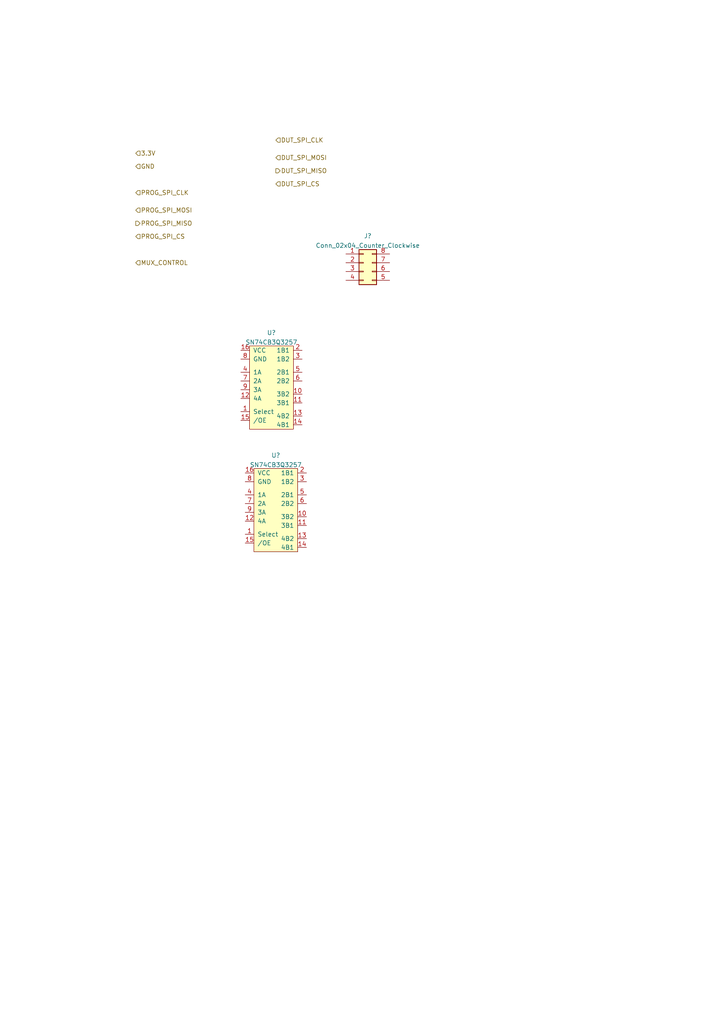
<source format=kicad_sch>
(kicad_sch (version 20210621) (generator eeschema)
  (paper "A4" portrait)
  (title_block (title "Camera Debug Facility") (date "2021-10-31") (rev "2.1.0-pre1"))
  (lib_symbols
    (symbol "Connector_Generic:Conn_02x04_Counter_Clockwise" (pin_names (offset 1.016) hide)
      (property "Reference" "J" (at 1.27 5.08 0))
      (property "Value" "Conn_02x04_Counter_Clockwise" (at 1.27 -7.62 0))
      (symbol "Conn_02x04_Counter_Clockwise_1_1"
        (rectangle (start -1.27 -4.953) (end 0 -5.207) (stroke (width 0.1524)))
        (rectangle (start -1.27 -2.413) (end 0 -2.667) (stroke (width 0.1524)))
        (rectangle (start -1.27 0.127) (end 0 -0.127) (stroke (width 0.1524)))
        (rectangle (start -1.27 2.667) (end 0 2.413) (stroke (width 0.1524)))
        (rectangle (start -1.27 3.81) (end 3.81 -6.35) (stroke (width 0.254)) (fill (type background)))
        (rectangle (start 3.81 -4.953) (end 2.54 -5.207) (stroke (width 0.1524)))
        (rectangle (start 3.81 -2.413) (end 2.54 -2.667) (stroke (width 0.1524)))
        (rectangle (start 3.81 0.127) (end 2.54 -0.127) (stroke (width 0.1524)))
        (rectangle (start 3.81 2.667) (end 2.54 2.413) (stroke (width 0.1524)))
        (pin passive line (at -5.08 2.54 0) (length 3.81) (name "Pin_1") (number "1"))
        (pin passive line (at -5.08 0 0) (length 3.81) (name "Pin_2") (number "2"))
        (pin passive line (at -5.08 -2.54 0) (length 3.81) (name "Pin_3") (number "3"))
        (pin passive line (at -5.08 -5.08 0) (length 3.81) (name "Pin_4") (number "4"))
        (pin passive line (at 7.62 -5.08 180) (length 3.81) (name "Pin_5") (number "5"))
        (pin passive line (at 7.62 -2.54 180) (length 3.81) (name "Pin_6") (number "6"))
        (pin passive line (at 7.62 0 180) (length 3.81) (name "Pin_7") (number "7"))
        (pin passive line (at 7.62 2.54 180) (length 3.81) (name "Pin_8") (number "8"))
      )
    )
    (symbol "components0:SN74CB3Q3257" (pin_names (offset 1.016))
      (property "Reference" "U" (at -5.08 15.24 0))
      (property "Value" "SN74CB3Q3257" (at 1.27 12.7 0))
      (symbol "SN74CB3Q3257_0_1"
        (rectangle (start -6.35 11.43) (end 6.35 -12.7) (fill (type background)))
      )
      (symbol "SN74CB3Q3257_1_1"
        (pin input line (at -8.89 -7.62 0) (length 2.54) (name "Select") (number "1"))
        (pin bidirectional line (at 8.89 -2.54 180) (length 2.54) (name "3B2") (number "10"))
        (pin bidirectional line (at 8.89 -5.08 180) (length 2.54) (name "3B1") (number "11"))
        (pin bidirectional line (at -8.89 -3.81 0) (length 2.54) (name "4A") (number "12"))
        (pin bidirectional line (at 8.89 -8.89 180) (length 2.54) (name "4B2") (number "13"))
        (pin bidirectional line (at 8.89 -11.43 180) (length 2.54) (name "4B1") (number "14"))
        (pin input line (at -8.89 -10.16 0) (length 2.54) (name "/OE") (number "15"))
        (pin power_in line (at -8.89 10.16 0) (length 2.54) (name "VCC") (number "16"))
        (pin bidirectional line (at 8.89 10.16 180) (length 2.54) (name "1B1") (number "2"))
        (pin bidirectional line (at 8.89 7.62 180) (length 2.54) (name "1B2") (number "3"))
        (pin bidirectional line (at -8.89 3.81 0) (length 2.54) (name "1A") (number "4"))
        (pin bidirectional line (at 8.89 3.81 180) (length 2.54) (name "2B1") (number "5"))
        (pin bidirectional line (at 8.89 1.27 180) (length 2.54) (name "2B2") (number "6"))
        (pin bidirectional line (at -8.89 1.27 0) (length 2.54) (name "2A") (number "7"))
        (pin power_in line (at -8.89 7.62 0) (length 2.54) (name "GND") (number "8"))
        (pin bidirectional line (at -8.89 -1.27 0) (length 2.54) (name "3A") (number "9"))
      )
    )
  )
  (hierarchical_label "3.3V" (shape input) (at 39.37 44.45 0))
  (hierarchical_label "GND" (shape input) (at 39.37 48.26 0))
  (hierarchical_label "PROG_SPI_CLK" (shape input) (at 39.37 55.88 0))
  (hierarchical_label "PROG_SPI_MOSI" (shape input) (at 39.37 60.96 0))
  (hierarchical_label "PROG_SPI_MISO" (shape output) (at 39.37 64.77 0))
  (hierarchical_label "PROG_SPI_CS" (shape input) (at 39.37 68.58 0))
  (hierarchical_label "MUX_CONTROL" (shape input) (at 39.37 76.2 0))
  (hierarchical_label "DUT_SPI_CLK" (shape input) (at 80.01 40.64 0))
  (hierarchical_label "DUT_SPI_MOSI" (shape input) (at 80.01 45.72 0))
  (hierarchical_label "DUT_SPI_MISO" (shape output) (at 80.01 49.53 0))
  (hierarchical_label "DUT_SPI_CS" (shape input) (at 80.01 53.34 0))
  (symbol (lib_id "Connector_Generic:Conn_02x04_Counter_Clockwise") (at 105.41 76.2 0) (unit 1)
    (property "Reference" "J?" (at 106.68 68.4235 0))
    (property "Value" "Conn_02x04_Counter_Clockwise" (at 106.68 71.1986 0))
    (property "Footprint" "Package_DIP:DIP-8_W7.62mm_Socket_LongPads" (effects hide))
  )
  (symbol (lib_id "components0:SN74CB3Q3257") (at 78.74 111.76 0) (unit 1)
    (property "Reference" "U?" (at 78.74 96.4905 0))
    (property "Value" "SN74CB3Q3257" (at 78.74 99.2656 0))
  )
  (symbol (lib_id "components0:SN74CB3Q3257") (at 80.01 147.32 0) (unit 1)
    (property "Reference" "U?" (at 80.01 132.0505 0))
    (property "Value" "SN74CB3Q3257" (at 80.01 134.8256 0))
  )
)
</source>
